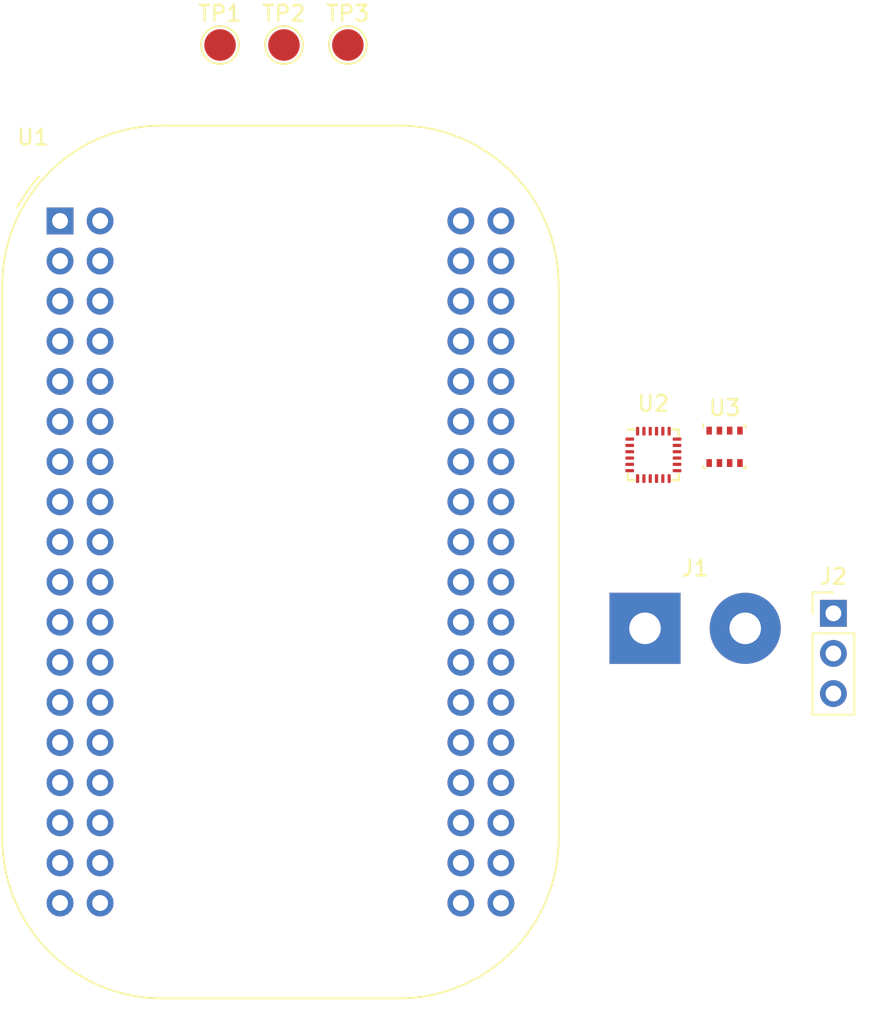
<source format=kicad_pcb>
(kicad_pcb (version 20171130) (host pcbnew "(5.1.5-0-10_14)")

  (general
    (thickness 1.6)
    (drawings 0)
    (tracks 0)
    (zones 0)
    (modules 8)
    (nets 92)
  )

  (page A4)
  (layers
    (0 F.Cu signal)
    (31 B.Cu signal)
    (32 B.Adhes user)
    (33 F.Adhes user)
    (34 B.Paste user)
    (35 F.Paste user)
    (36 B.SilkS user)
    (37 F.SilkS user)
    (38 B.Mask user)
    (39 F.Mask user)
    (40 Dwgs.User user)
    (41 Cmts.User user)
    (42 Eco1.User user)
    (43 Eco2.User user)
    (44 Edge.Cuts user)
    (45 Margin user)
    (46 B.CrtYd user)
    (47 F.CrtYd user)
    (48 B.Fab user)
    (49 F.Fab user)
  )

  (setup
    (last_trace_width 0.25)
    (trace_clearance 0.2)
    (zone_clearance 0.508)
    (zone_45_only no)
    (trace_min 0.2)
    (via_size 0.8)
    (via_drill 0.4)
    (via_min_size 0.4)
    (via_min_drill 0.3)
    (uvia_size 0.3)
    (uvia_drill 0.1)
    (uvias_allowed no)
    (uvia_min_size 0.2)
    (uvia_min_drill 0.1)
    (edge_width 0.05)
    (segment_width 0.2)
    (pcb_text_width 0.3)
    (pcb_text_size 1.5 1.5)
    (mod_edge_width 0.12)
    (mod_text_size 1 1)
    (mod_text_width 0.15)
    (pad_size 1.524 1.524)
    (pad_drill 0.762)
    (pad_to_mask_clearance 0.051)
    (solder_mask_min_width 0.25)
    (aux_axis_origin 0 0)
    (visible_elements FFFFFF7F)
    (pcbplotparams
      (layerselection 0x010fc_ffffffff)
      (usegerberextensions false)
      (usegerberattributes false)
      (usegerberadvancedattributes false)
      (creategerberjobfile false)
      (excludeedgelayer true)
      (linewidth 0.100000)
      (plotframeref false)
      (viasonmask false)
      (mode 1)
      (useauxorigin false)
      (hpglpennumber 1)
      (hpglpenspeed 20)
      (hpglpendiameter 15.000000)
      (psnegative false)
      (psa4output false)
      (plotreference true)
      (plotvalue true)
      (plotinvisibletext false)
      (padsonsilk false)
      (subtractmaskfromsilk false)
      (outputformat 1)
      (mirror false)
      (drillshape 1)
      (scaleselection 1)
      (outputdirectory ""))
  )

  (net 0 "")
  (net 1 "Net-(J1-Pad2)")
  (net 2 GND)
  (net 3 "Net-(C2-Pad1)")
  (net 4 "Net-(J2-Pad1)")
  (net 5 +5V)
  (net 6 +3V3)
  (net 7 "Net-(TP3-Pad1)")
  (net 8 "Net-(U1-Pad38)")
  (net 9 "Net-(U1-Pad37)")
  (net 10 "Net-(U1-Pad56)")
  (net 11 /SPI1_MOSI)
  (net 12 "Net-(U1-Pad64)")
  (net 13 "Net-(U1-Pad39)")
  (net 14 "Net-(U1-Pad71)")
  (net 15 "Net-(U1-Pad70)")
  (net 16 /RC_OUT_2)
  (net 17 "Net-(U1-Pad44)")
  (net 18 "Net-(U1-Pad52)")
  (net 19 "Net-(U1-Pad60)")
  (net 20 "Net-(U1-Pad62)")
  (net 21 "Net-(U1-Pad45)")
  (net 22 /UART4_TX)
  (net 23 "Net-(U1-Pad69)")
  (net 24 /RC_OUT_1)
  (net 25 /SPI1_CLK)
  (net 26 "Net-(U1-Pad55)")
  (net 27 /SPI1_MISO)
  (net 28 "Net-(U1-Pad50)")
  (net 29 "Net-(U1-Pad46)")
  (net 30 "Net-(U1-Pad54)")
  (net 31 "Net-(U1-Pad47)")
  (net 32 "Net-(U1-Pad53)")
  (net 33 "Net-(U1-Pad42)")
  (net 34 /UART4_RX)
  (net 35 "Net-(U1-Pad48)")
  (net 36 /SPI1_CS)
  (net 37 "Net-(U1-Pad72)")
  (net 38 "Net-(U1-Pad58)")
  (net 39 "Net-(U1-Pad40)")
  (net 40 "Net-(U1-Pad36)")
  (net 41 "Net-(U1-Pad35)")
  (net 42 "Net-(U1-Pad34)")
  (net 43 /RC_OUT_0)
  (net 44 /UART0_RX)
  (net 45 /RC_OUT_3)
  (net 46 /UART0_TX)
  (net 47 "Net-(U1-Pad29)")
  (net 48 /I2C_SCL)
  (net 49 "Net-(U1-Pad27)")
  (net 50 /I2C_SDA)
  (net 51 "Net-(U1-Pad25)")
  (net 52 "Net-(U1-Pad23)")
  (net 53 "Net-(U1-Pad21)")
  (net 54 "Net-(U1-Pad20)")
  (net 55 "Net-(U1-Pad19)")
  (net 56 "Net-(U1-Pad18)")
  (net 57 "Net-(U1-Pad17)")
  (net 58 "Net-(U1-Pad13)")
  (net 59 "Net-(U1-Pad12)")
  (net 60 "Net-(U1-Pad11)")
  (net 61 /UART2_RX)
  (net 62 "Net-(U1-Pad9)")
  (net 63 /UART2_TX)
  (net 64 "Net-(U1-Pad7)")
  (net 65 "Net-(U1-Pad6)")
  (net 66 "Net-(U1-Pad5)")
  (net 67 "Net-(U1-Pad4)")
  (net 68 "Net-(U1-Pad3)")
  (net 69 "Net-(U1-Pad2)")
  (net 70 "Net-(U2-Pad24)")
  (net 71 "Net-(U2-Pad23)")
  (net 72 "Net-(U2-Pad22)")
  (net 73 "Net-(U2-Pad21)")
  (net 74 "Net-(U2-Pad20)")
  (net 75 "Net-(U2-Pad18)")
  (net 76 "Net-(U2-Pad13)")
  (net 77 "Net-(U2-Pad12)")
  (net 78 "Net-(U2-Pad11)")
  (net 79 "Net-(U2-Pad10)")
  (net 80 "Net-(U2-Pad9)")
  (net 81 "Net-(U2-Pad8)")
  (net 82 "Net-(U2-Pad7)")
  (net 83 "Net-(U2-Pad1)")
  (net 84 "Net-(U3-Pad5)")
  (net 85 "Net-(U3-Pad6)")
  (net 86 "Net-(U3-Pad7)")
  (net 87 "Net-(U3-Pad8)")
  (net 88 "Net-(U3-Pad1)")
  (net 89 "Net-(U3-Pad2)")
  (net 90 "Net-(U3-Pad3)")
  (net 91 "Net-(U3-Pad4)")

  (net_class Default "This is the default net class."
    (clearance 0.2)
    (trace_width 0.25)
    (via_dia 0.8)
    (via_drill 0.4)
    (uvia_dia 0.3)
    (uvia_drill 0.1)
    (add_net +3V3)
    (add_net +5V)
    (add_net /I2C_SCL)
    (add_net /I2C_SDA)
    (add_net /RC_OUT_0)
    (add_net /RC_OUT_1)
    (add_net /RC_OUT_2)
    (add_net /RC_OUT_3)
    (add_net /SPI1_CLK)
    (add_net /SPI1_CS)
    (add_net /SPI1_MISO)
    (add_net /SPI1_MOSI)
    (add_net /UART0_RX)
    (add_net /UART0_TX)
    (add_net /UART2_RX)
    (add_net /UART2_TX)
    (add_net /UART4_RX)
    (add_net /UART4_TX)
    (add_net GND)
    (add_net "Net-(C2-Pad1)")
    (add_net "Net-(J1-Pad2)")
    (add_net "Net-(J2-Pad1)")
    (add_net "Net-(TP3-Pad1)")
    (add_net "Net-(U1-Pad11)")
    (add_net "Net-(U1-Pad12)")
    (add_net "Net-(U1-Pad13)")
    (add_net "Net-(U1-Pad17)")
    (add_net "Net-(U1-Pad18)")
    (add_net "Net-(U1-Pad19)")
    (add_net "Net-(U1-Pad2)")
    (add_net "Net-(U1-Pad20)")
    (add_net "Net-(U1-Pad21)")
    (add_net "Net-(U1-Pad23)")
    (add_net "Net-(U1-Pad25)")
    (add_net "Net-(U1-Pad27)")
    (add_net "Net-(U1-Pad29)")
    (add_net "Net-(U1-Pad3)")
    (add_net "Net-(U1-Pad34)")
    (add_net "Net-(U1-Pad35)")
    (add_net "Net-(U1-Pad36)")
    (add_net "Net-(U1-Pad37)")
    (add_net "Net-(U1-Pad38)")
    (add_net "Net-(U1-Pad39)")
    (add_net "Net-(U1-Pad4)")
    (add_net "Net-(U1-Pad40)")
    (add_net "Net-(U1-Pad42)")
    (add_net "Net-(U1-Pad44)")
    (add_net "Net-(U1-Pad45)")
    (add_net "Net-(U1-Pad46)")
    (add_net "Net-(U1-Pad47)")
    (add_net "Net-(U1-Pad48)")
    (add_net "Net-(U1-Pad5)")
    (add_net "Net-(U1-Pad50)")
    (add_net "Net-(U1-Pad52)")
    (add_net "Net-(U1-Pad53)")
    (add_net "Net-(U1-Pad54)")
    (add_net "Net-(U1-Pad55)")
    (add_net "Net-(U1-Pad56)")
    (add_net "Net-(U1-Pad58)")
    (add_net "Net-(U1-Pad6)")
    (add_net "Net-(U1-Pad60)")
    (add_net "Net-(U1-Pad62)")
    (add_net "Net-(U1-Pad64)")
    (add_net "Net-(U1-Pad69)")
    (add_net "Net-(U1-Pad7)")
    (add_net "Net-(U1-Pad70)")
    (add_net "Net-(U1-Pad71)")
    (add_net "Net-(U1-Pad72)")
    (add_net "Net-(U1-Pad9)")
    (add_net "Net-(U2-Pad1)")
    (add_net "Net-(U2-Pad10)")
    (add_net "Net-(U2-Pad11)")
    (add_net "Net-(U2-Pad12)")
    (add_net "Net-(U2-Pad13)")
    (add_net "Net-(U2-Pad18)")
    (add_net "Net-(U2-Pad20)")
    (add_net "Net-(U2-Pad21)")
    (add_net "Net-(U2-Pad22)")
    (add_net "Net-(U2-Pad23)")
    (add_net "Net-(U2-Pad24)")
    (add_net "Net-(U2-Pad7)")
    (add_net "Net-(U2-Pad8)")
    (add_net "Net-(U2-Pad9)")
    (add_net "Net-(U3-Pad1)")
    (add_net "Net-(U3-Pad2)")
    (add_net "Net-(U3-Pad3)")
    (add_net "Net-(U3-Pad4)")
    (add_net "Net-(U3-Pad5)")
    (add_net "Net-(U3-Pad6)")
    (add_net "Net-(U3-Pad7)")
    (add_net "Net-(U3-Pad8)")
  )

  (module Package_LGA:Bosch_LGA-8_2.5x2.5mm_P0.65mm_ClockwisePinNumbering (layer F.Cu) (tedit 5A0FA816) (tstamp 5EA2278F)
    (at 144.74 76.14)
    (descr LGA-8)
    (tags "lga land grid array")
    (path /5E9DC684/5E9DF285)
    (attr smd)
    (fp_text reference U3 (at 0.015 -2.465) (layer F.SilkS)
      (effects (font (size 1 1) (thickness 0.15)))
    )
    (fp_text value BME280 (at 0.015 2.535) (layer F.Fab)
      (effects (font (size 1 1) (thickness 0.15)))
    )
    (fp_line (start 1.41 1.54) (end -1.41 1.54) (layer F.CrtYd) (width 0.05))
    (fp_line (start 1.41 -1.54) (end 1.41 1.54) (layer F.CrtYd) (width 0.05))
    (fp_line (start -1.41 -1.54) (end 1.41 -1.54) (layer F.CrtYd) (width 0.05))
    (fp_line (start -1.41 1.54) (end -1.41 -1.54) (layer F.CrtYd) (width 0.05))
    (fp_line (start 1.25 1.25) (end -1.25 1.25) (layer F.Fab) (width 0.1))
    (fp_line (start 1.25 -1.25) (end 1.25 1.25) (layer F.Fab) (width 0.1))
    (fp_line (start -0.5 -1.25) (end 1.25 -1.25) (layer F.Fab) (width 0.1))
    (fp_line (start -1.25 1.25) (end -1.25 -0.5) (layer F.Fab) (width 0.1))
    (fp_line (start -1.35 -1.2) (end -1.35 -1.45) (layer F.SilkS) (width 0.1))
    (fp_line (start 1.35 -1.35) (end 1.35 -1.2) (layer F.SilkS) (width 0.1))
    (fp_line (start 1.2 -1.35) (end 1.35 -1.35) (layer F.SilkS) (width 0.1))
    (fp_line (start 1.35 1.35) (end 1.2 1.35) (layer F.SilkS) (width 0.1))
    (fp_line (start 1.35 1.35) (end 1.35 1.2) (layer F.SilkS) (width 0.1))
    (fp_line (start -1.35 1.35) (end -1.35 1.2) (layer F.SilkS) (width 0.1))
    (fp_line (start -1.25 -0.5) (end -0.5 -1.25) (layer F.Fab) (width 0.1))
    (fp_line (start -1.35 1.36) (end -1.2 1.36) (layer F.SilkS) (width 0.1))
    (fp_text user %R (at 0 0 180) (layer F.Fab)
      (effects (font (size 0.5 0.5) (thickness 0.075)))
    )
    (pad 5 smd rect (at 0.975 1.025 90) (size 0.5 0.35) (layers F.Cu F.Paste F.Mask)
      (net 84 "Net-(U3-Pad5)"))
    (pad 6 smd rect (at 0.325 1.025 90) (size 0.5 0.35) (layers F.Cu F.Paste F.Mask)
      (net 85 "Net-(U3-Pad6)"))
    (pad 7 smd rect (at -0.325 1.025 90) (size 0.5 0.35) (layers F.Cu F.Paste F.Mask)
      (net 86 "Net-(U3-Pad7)"))
    (pad 8 smd rect (at -0.975 1.025 90) (size 0.5 0.35) (layers F.Cu F.Paste F.Mask)
      (net 87 "Net-(U3-Pad8)"))
    (pad 1 smd rect (at -0.975 -1.025 90) (size 0.5 0.35) (layers F.Cu F.Paste F.Mask)
      (net 88 "Net-(U3-Pad1)"))
    (pad 2 smd rect (at -0.325 -1.025 90) (size 0.5 0.35) (layers F.Cu F.Paste F.Mask)
      (net 89 "Net-(U3-Pad2)"))
    (pad 3 smd rect (at 0.325 -1.025 90) (size 0.5 0.35) (layers F.Cu F.Paste F.Mask)
      (net 90 "Net-(U3-Pad3)"))
    (pad 4 smd rect (at 0.975 -1.025 90) (size 0.5 0.35) (layers F.Cu F.Paste F.Mask)
      (net 91 "Net-(U3-Pad4)"))
    (model ${KISYS3DMOD}/Package_LGA.3dshapes/Bosch_LGA-8_2.5x2.5mm_P0.65mm_ClockwisePinNumbering.wrl
      (offset (xyz 0.01500000025472259 -0.03500000059435272 0))
      (scale (xyz 1 1 1))
      (rotate (xyz 0 0 0))
    )
  )

  (module Sensor_Motion:InvenSense_QFN-24_3x3mm_P0.4mm (layer F.Cu) (tedit 5B5A6A65) (tstamp 5EA22772)
    (at 140.23 76.65)
    (descr "24-Lead Plastic QFN (3mm x 3mm); Pitch 0.4mm; EP 1.7x1.54mm; for InvenSense motion sensors; keepout area marked (Package see: https://store.invensense.com/datasheets/invensense/MPU9250REV1.0.pdf; See also https://www.invensense.com/wp-content/uploads/2015/02/InvenSense-MEMS-Handling.pdf)")
    (tags "QFN 0.4")
    (path /5E9DC684/5E9DF27F)
    (attr smd)
    (fp_text reference U2 (at 0 -3.25) (layer F.SilkS)
      (effects (font (size 1 1) (thickness 0.15)))
    )
    (fp_text value MPU-9250 (at 0 3.25) (layer F.Fab)
      (effects (font (size 1 1) (thickness 0.15)))
    )
    (fp_text user Component (at 0 0.55) (layer Cmts.User)
      (effects (font (size 0.2 0.2) (thickness 0.04)))
    )
    (fp_text user "Directly Below" (at 0 0.25) (layer Cmts.User)
      (effects (font (size 0.2 0.2) (thickness 0.04)))
    )
    (fp_text user "No Copper" (at 0 -0.1) (layer Cmts.User)
      (effects (font (size 0.2 0.2) (thickness 0.04)))
    )
    (fp_text user KEEPOUT (at 0 -0.5) (layer Cmts.User)
      (effects (font (size 0.2 0.2) (thickness 0.04)))
    )
    (fp_line (start -0.535 -0.795) (end -0.875 -0.455) (layer Dwgs.User) (width 0.05))
    (fp_line (start -0.035 -0.795) (end -0.875 0.045) (layer Dwgs.User) (width 0.05))
    (fp_line (start 0.465 -0.795) (end -0.875 0.545) (layer Dwgs.User) (width 0.05))
    (fp_line (start 0.875 -0.705) (end -0.625 0.795) (layer Dwgs.User) (width 0.05))
    (fp_line (start 0.875 -0.205) (end -0.125 0.795) (layer Dwgs.User) (width 0.05))
    (fp_line (start 0.875 0.295) (end 0.375 0.795) (layer Dwgs.User) (width 0.05))
    (fp_line (start 0.875 -0.795) (end 0.875 0.795) (layer Dwgs.User) (width 0.05))
    (fp_line (start -0.875 0.795) (end 0.875 0.795) (layer Dwgs.User) (width 0.05))
    (fp_line (start -0.875 -0.795) (end -0.875 0.795) (layer Dwgs.User) (width 0.05))
    (fp_line (start -0.875 -0.795) (end 0.875 -0.795) (layer Dwgs.User) (width 0.05))
    (fp_line (start -1.6 -1.6) (end -1.2 -1.6) (layer F.SilkS) (width 0.15))
    (fp_line (start 1.6 -1.6) (end 1.2 -1.6) (layer F.SilkS) (width 0.15))
    (fp_line (start 1.6 -1.6) (end 1.6 -1.2) (layer F.SilkS) (width 0.15))
    (fp_line (start 1.6 1.6) (end 1.2 1.6) (layer F.SilkS) (width 0.15))
    (fp_line (start 1.6 1.6) (end 1.6 1.2) (layer F.SilkS) (width 0.15))
    (fp_line (start -1.6 1.6) (end -1.2 1.6) (layer F.SilkS) (width 0.15))
    (fp_line (start -1.6 1.6) (end -1.6 1.2) (layer F.SilkS) (width 0.15))
    (fp_line (start -2.05 -2.05) (end 2.05 -2.05) (layer F.CrtYd) (width 0.05))
    (fp_line (start -2.05 2.05) (end -2.05 -2.05) (layer F.CrtYd) (width 0.05))
    (fp_line (start 2.05 2.05) (end -2.05 2.05) (layer F.CrtYd) (width 0.05))
    (fp_line (start 2.05 -2.05) (end 2.05 2.05) (layer F.CrtYd) (width 0.05))
    (fp_line (start -1.5 -0.5) (end -0.5 -1.5) (layer F.Fab) (width 0.15))
    (fp_line (start -1.5 1.5) (end -1.5 -0.5) (layer F.Fab) (width 0.15))
    (fp_line (start 1.5 1.5) (end -1.5 1.5) (layer F.Fab) (width 0.15))
    (fp_line (start 1.5 -1.5) (end 1.5 1.5) (layer F.Fab) (width 0.15))
    (fp_line (start -0.5 -1.5) (end 1.5 -1.5) (layer F.Fab) (width 0.15))
    (fp_text user %R (at 0 0) (layer F.Fab)
      (effects (font (size 0.7 0.7) (thickness 0.105)))
    )
    (pad 24 smd roundrect (at -1 -1.5 90) (size 0.55 0.2) (layers F.Cu F.Paste F.Mask) (roundrect_rratio 0.25)
      (net 70 "Net-(U2-Pad24)"))
    (pad 23 smd roundrect (at -0.6 -1.5 90) (size 0.55 0.2) (layers F.Cu F.Paste F.Mask) (roundrect_rratio 0.25)
      (net 71 "Net-(U2-Pad23)"))
    (pad 22 smd roundrect (at -0.2 -1.5 90) (size 0.55 0.2) (layers F.Cu F.Paste F.Mask) (roundrect_rratio 0.25)
      (net 72 "Net-(U2-Pad22)"))
    (pad 21 smd roundrect (at 0.2 -1.5 90) (size 0.55 0.2) (layers F.Cu F.Paste F.Mask) (roundrect_rratio 0.25)
      (net 73 "Net-(U2-Pad21)"))
    (pad 20 smd roundrect (at 0.6 -1.5 90) (size 0.55 0.2) (layers F.Cu F.Paste F.Mask) (roundrect_rratio 0.25)
      (net 74 "Net-(U2-Pad20)"))
    (pad 19 smd roundrect (at 1 -1.5 90) (size 0.55 0.2) (layers F.Cu F.Paste F.Mask) (roundrect_rratio 0.25))
    (pad 18 smd roundrect (at 1.5 -1) (size 0.55 0.2) (layers F.Cu F.Paste F.Mask) (roundrect_rratio 0.25)
      (net 75 "Net-(U2-Pad18)"))
    (pad 17 smd roundrect (at 1.5 -0.6) (size 0.55 0.2) (layers F.Cu F.Paste F.Mask) (roundrect_rratio 0.25))
    (pad 16 smd roundrect (at 1.5 -0.2) (size 0.55 0.2) (layers F.Cu F.Paste F.Mask) (roundrect_rratio 0.25))
    (pad 15 smd roundrect (at 1.5 0.2) (size 0.55 0.2) (layers F.Cu F.Paste F.Mask) (roundrect_rratio 0.25))
    (pad 14 smd roundrect (at 1.5 0.6) (size 0.55 0.2) (layers F.Cu F.Paste F.Mask) (roundrect_rratio 0.25))
    (pad 13 smd roundrect (at 1.5 1) (size 0.55 0.2) (layers F.Cu F.Paste F.Mask) (roundrect_rratio 0.25)
      (net 76 "Net-(U2-Pad13)"))
    (pad 12 smd roundrect (at 1 1.5 90) (size 0.55 0.2) (layers F.Cu F.Paste F.Mask) (roundrect_rratio 0.25)
      (net 77 "Net-(U2-Pad12)"))
    (pad 11 smd roundrect (at 0.6 1.5 90) (size 0.55 0.2) (layers F.Cu F.Paste F.Mask) (roundrect_rratio 0.25)
      (net 78 "Net-(U2-Pad11)"))
    (pad 10 smd roundrect (at 0.2 1.5 90) (size 0.55 0.2) (layers F.Cu F.Paste F.Mask) (roundrect_rratio 0.25)
      (net 79 "Net-(U2-Pad10)"))
    (pad 9 smd roundrect (at -0.2 1.5 90) (size 0.55 0.2) (layers F.Cu F.Paste F.Mask) (roundrect_rratio 0.25)
      (net 80 "Net-(U2-Pad9)"))
    (pad 8 smd roundrect (at -0.6 1.5 90) (size 0.55 0.2) (layers F.Cu F.Paste F.Mask) (roundrect_rratio 0.25)
      (net 81 "Net-(U2-Pad8)"))
    (pad 7 smd roundrect (at -1 1.5 90) (size 0.55 0.2) (layers F.Cu F.Paste F.Mask) (roundrect_rratio 0.25)
      (net 82 "Net-(U2-Pad7)"))
    (pad 6 smd roundrect (at -1.5 1) (size 0.55 0.2) (layers F.Cu F.Paste F.Mask) (roundrect_rratio 0.25))
    (pad 5 smd roundrect (at -1.5 0.6) (size 0.55 0.2) (layers F.Cu F.Paste F.Mask) (roundrect_rratio 0.25))
    (pad 4 smd roundrect (at -1.5 0.2) (size 0.55 0.2) (layers F.Cu F.Paste F.Mask) (roundrect_rratio 0.25))
    (pad 3 smd roundrect (at -1.5 -0.2) (size 0.55 0.2) (layers F.Cu F.Paste F.Mask) (roundrect_rratio 0.25))
    (pad 2 smd roundrect (at -1.5 -0.6) (size 0.55 0.2) (layers F.Cu F.Paste F.Mask) (roundrect_rratio 0.25))
    (pad 1 smd roundrect (at -1.5 -1) (size 0.55 0.2) (layers F.Cu F.Paste F.Mask) (roundrect_rratio 0.25)
      (net 83 "Net-(U2-Pad1)"))
    (model ${KISYS3DMOD}/Package_DFN_QFN.3dshapes/QFN-24_3x3mm_P0.4mm_EP1.7x1.54mm.wrl
      (at (xyz 0 0 0))
      (scale (xyz 1 1 1))
      (rotate (xyz 0 0 0))
    )
  )

  (module Module:BeagleBoard_PocketBeagle (layer F.Cu) (tedit 5C528625) (tstamp 5EA22737)
    (at 102.63 61.84)
    (descr "PocketBeagle, https://github.com/beagleboard/pocketbeagle/wiki/System-Reference-Manual#71_Expansion_Header_Connectors")
    (tags PocketBeagle)
    (path /5E98C13D)
    (fp_text reference U1 (at -1.71 -5.3 180) (layer F.SilkS)
      (effects (font (size 1 1) (thickness 0.15)))
    )
    (fp_text value PocketBeagle (at 13.97 50 180) (layer F.Fab)
      (effects (font (size 1 1) (thickness 0.15)))
    )
    (fp_line (start -1.05 -1.05) (end -1.99 -1.24) (layer F.Fab) (width 0.1))
    (fp_line (start -1.51 -1.94) (end -1.05 -1.05) (layer F.Fab) (width 0.1))
    (fp_arc (start 6.47 4.09) (end -1.99 -1.24) (angle -32.21189737) (layer F.Fab) (width 0.1))
    (fp_line (start 17.69 -6.16) (end 17.69 -7.56) (layer F.CrtYd) (width 0.05))
    (fp_line (start 10.87 -7.56) (end 17.69 -7.56) (layer F.CrtYd) (width 0.05))
    (fp_line (start 10.87 -6.16) (end 10.87 -7.56) (layer F.CrtYd) (width 0.05))
    (fp_line (start 21.47 -6.16) (end 17.69 -6.16) (layer F.CrtYd) (width 0.05))
    (fp_arc (start 6.47 4.09) (end -1.34 -2.81) (angle -13.12627809) (layer F.SilkS) (width 0.12))
    (fp_line (start 10.87 -6.16) (end 6.47 -6.16) (layer F.CrtYd) (width 0.05))
    (fp_line (start 31.72 4.09) (end 31.72 39.09) (layer F.CrtYd) (width 0.05))
    (fp_line (start 6.47 49.34) (end 21.47 49.34) (layer F.CrtYd) (width 0.05))
    (fp_line (start -3.78 4.09) (end -3.78 39.09) (layer F.CrtYd) (width 0.05))
    (fp_arc (start 6.47 4.09) (end 6.47 -6.16) (angle -90) (layer F.CrtYd) (width 0.05))
    (fp_arc (start 21.47 4.09) (end 31.72 4.09) (angle -90) (layer F.CrtYd) (width 0.05))
    (fp_arc (start 21.47 39.09) (end 21.47 49.34) (angle -90) (layer F.CrtYd) (width 0.05))
    (fp_arc (start 6.47 39.09) (end -3.78 39.09) (angle -90) (layer F.CrtYd) (width 0.05))
    (fp_line (start -3.66 39.09) (end -3.66 4.09) (layer F.SilkS) (width 0.12))
    (fp_line (start 6.47 49.22) (end 21.47 49.22) (layer F.SilkS) (width 0.12))
    (fp_line (start 31.6 4.09) (end 31.6 39.09) (layer F.SilkS) (width 0.12))
    (fp_line (start 6.47 -6.04) (end 21.47 -6.04) (layer F.SilkS) (width 0.12))
    (fp_arc (start 6.47 39.09) (end -3.66 39.09) (angle -90) (layer F.SilkS) (width 0.12))
    (fp_arc (start 21.47 39.09) (end 21.47 49.22) (angle -90) (layer F.SilkS) (width 0.12))
    (fp_arc (start 21.47 4.09) (end 31.6 4.09) (angle -90) (layer F.SilkS) (width 0.12))
    (fp_arc (start 6.47 4.09) (end 6.47 -6.04) (angle -90) (layer F.SilkS) (width 0.12))
    (fp_arc (start 21.47 4.09) (end 31.47 4.11) (angle -90.1) (layer F.Fab) (width 0.1))
    (fp_arc (start 6.47 4.09) (end 6.47 -5.91) (angle -52.90046138) (layer F.Fab) (width 0.1))
    (fp_arc (start 6.47 39.09) (end -3.53 39.09) (angle -90) (layer F.Fab) (width 0.1))
    (fp_arc (start 21.47 39.09) (end 21.47 49.09) (angle -90) (layer F.Fab) (width 0.1))
    (fp_line (start 6.47 49.09) (end 21.47 49.09) (layer F.Fab) (width 0.1))
    (fp_line (start 6.47 -5.91) (end 21.47 -5.91) (layer F.Fab) (width 0.1))
    (fp_line (start 31.47 4.09) (end 31.47 39.09) (layer F.Fab) (width 0.1))
    (fp_line (start -3.53 4.09) (end -3.53 39.09) (layer F.Fab) (width 0.1))
    (fp_text user %R (at 13.97 21.59 180) (layer F.Fab)
      (effects (font (size 1 1) (thickness 0.15)))
    )
    (pad 38 thru_hole oval (at 27.94 0) (size 1.7 1.7) (drill 1) (layers *.Cu *.Mask)
      (net 8 "Net-(U1-Pad38)"))
    (pad 37 thru_hole circle (at 25.4 0) (size 1.7 1.7) (drill 1) (layers *.Cu *.Mask)
      (net 9 "Net-(U1-Pad37)"))
    (pad 56 thru_hole oval (at 27.94 22.86) (size 1.7 1.7) (drill 1) (layers *.Cu *.Mask)
      (net 10 "Net-(U1-Pad56)"))
    (pad 61 thru_hole oval (at 25.4 30.48) (size 1.7 1.7) (drill 1) (layers *.Cu *.Mask)
      (net 11 /SPI1_MOSI))
    (pad 64 thru_hole oval (at 27.94 33.02) (size 1.7 1.7) (drill 1) (layers *.Cu *.Mask)
      (net 12 "Net-(U1-Pad64)"))
    (pad 39 thru_hole oval (at 25.4 2.54) (size 1.7 1.7) (drill 1) (layers *.Cu *.Mask)
      (net 13 "Net-(U1-Pad39)"))
    (pad 71 thru_hole oval (at 25.4 43.18) (size 1.7 1.7) (drill 1) (layers *.Cu *.Mask)
      (net 14 "Net-(U1-Pad71)"))
    (pad 70 thru_hole oval (at 27.94 40.64) (size 1.7 1.7) (drill 1) (layers *.Cu *.Mask)
      (net 15 "Net-(U1-Pad70)"))
    (pad 66 thru_hole oval (at 27.94 35.56) (size 1.7 1.7) (drill 1) (layers *.Cu *.Mask)
      (net 16 /RC_OUT_2))
    (pad 57 thru_hole oval (at 25.4 25.4) (size 1.7 1.7) (drill 1) (layers *.Cu *.Mask)
      (net 2 GND))
    (pad 44 thru_hole oval (at 27.94 7.62) (size 1.7 1.7) (drill 1) (layers *.Cu *.Mask)
      (net 17 "Net-(U1-Pad44)"))
    (pad 52 thru_hole oval (at 27.94 17.78) (size 1.7 1.7) (drill 1) (layers *.Cu *.Mask)
      (net 18 "Net-(U1-Pad52)"))
    (pad 60 thru_hole oval (at 27.94 27.94) (size 1.7 1.7) (drill 1) (layers *.Cu *.Mask)
      (net 19 "Net-(U1-Pad60)"))
    (pad 62 thru_hole oval (at 27.94 30.48) (size 1.7 1.7) (drill 1) (layers *.Cu *.Mask)
      (net 20 "Net-(U1-Pad62)"))
    (pad 45 thru_hole oval (at 25.4 10.16) (size 1.7 1.7) (drill 1) (layers *.Cu *.Mask)
      (net 21 "Net-(U1-Pad45)"))
    (pad 43 thru_hole oval (at 25.4 7.62) (size 1.7 1.7) (drill 1) (layers *.Cu *.Mask)
      (net 22 /UART4_TX))
    (pad 69 thru_hole oval (at 25.4 40.64) (size 1.7 1.7) (drill 1) (layers *.Cu *.Mask)
      (net 23 "Net-(U1-Pad69)"))
    (pad 68 thru_hole oval (at 27.94 38.1) (size 1.7 1.7) (drill 1) (layers *.Cu *.Mask)
      (net 24 /RC_OUT_1))
    (pad 65 thru_hole oval (at 25.4 35.56) (size 1.7 1.7) (drill 1) (layers *.Cu *.Mask)
      (net 25 /SPI1_CLK))
    (pad 55 thru_hole oval (at 25.4 22.86) (size 1.7 1.7) (drill 1) (layers *.Cu *.Mask)
      (net 26 "Net-(U1-Pad55)"))
    (pad 63 thru_hole oval (at 25.4 33.02) (size 1.7 1.7) (drill 1) (layers *.Cu *.Mask)
      (net 27 /SPI1_MISO))
    (pad 50 thru_hole oval (at 27.94 15.24) (size 1.7 1.7) (drill 1) (layers *.Cu *.Mask)
      (net 28 "Net-(U1-Pad50)"))
    (pad 59 thru_hole oval (at 25.4 27.94) (size 1.7 1.7) (drill 1) (layers *.Cu *.Mask)
      (net 6 +3V3))
    (pad 46 thru_hole oval (at 27.94 10.16) (size 1.7 1.7) (drill 1) (layers *.Cu *.Mask)
      (net 29 "Net-(U1-Pad46)"))
    (pad 54 thru_hole oval (at 27.94 20.32) (size 1.7 1.7) (drill 1) (layers *.Cu *.Mask)
      (net 30 "Net-(U1-Pad54)"))
    (pad 47 thru_hole oval (at 25.4 12.7) (size 1.7 1.7) (drill 1) (layers *.Cu *.Mask)
      (net 31 "Net-(U1-Pad47)"))
    (pad 53 thru_hole oval (at 25.4 20.32) (size 1.7 1.7) (drill 1) (layers *.Cu *.Mask)
      (net 32 "Net-(U1-Pad53)"))
    (pad 42 thru_hole oval (at 27.94 5.08) (size 1.7 1.7) (drill 1) (layers *.Cu *.Mask)
      (net 33 "Net-(U1-Pad42)"))
    (pad 41 thru_hole oval (at 25.4 5.08) (size 1.7 1.7) (drill 1) (layers *.Cu *.Mask)
      (net 34 /UART4_RX))
    (pad 48 thru_hole oval (at 27.94 12.7) (size 1.7 1.7) (drill 1) (layers *.Cu *.Mask)
      (net 35 "Net-(U1-Pad48)"))
    (pad 51 thru_hole oval (at 25.4 17.78) (size 1.7 1.7) (drill 1) (layers *.Cu *.Mask)
      (net 2 GND))
    (pad 49 thru_hole oval (at 25.4 15.24) (size 1.7 1.7) (drill 1) (layers *.Cu *.Mask)
      (net 7 "Net-(TP3-Pad1)"))
    (pad 67 thru_hole oval (at 25.4 38.1) (size 1.7 1.7) (drill 1) (layers *.Cu *.Mask)
      (net 36 /SPI1_CS))
    (pad 72 thru_hole oval (at 27.94 43.18) (size 1.7 1.7) (drill 1) (layers *.Cu *.Mask)
      (net 37 "Net-(U1-Pad72)"))
    (pad 58 thru_hole oval (at 27.94 25.4) (size 1.7 1.7) (drill 1) (layers *.Cu *.Mask)
      (net 38 "Net-(U1-Pad58)"))
    (pad 40 thru_hole oval (at 27.94 2.54) (size 1.7 1.7) (drill 1) (layers *.Cu *.Mask)
      (net 39 "Net-(U1-Pad40)"))
    (pad 36 thru_hole oval (at 2.54 43.18) (size 1.7 1.7) (drill 1) (layers *.Cu *.Mask)
      (net 40 "Net-(U1-Pad36)"))
    (pad 35 thru_hole oval (at 0 43.18) (size 1.7 1.7) (drill 1) (layers *.Cu *.Mask)
      (net 41 "Net-(U1-Pad35)"))
    (pad 34 thru_hole oval (at 2.54 40.64) (size 1.7 1.7) (drill 1) (layers *.Cu *.Mask)
      (net 42 "Net-(U1-Pad34)"))
    (pad 33 thru_hole oval (at 0 40.64) (size 1.7 1.7) (drill 1) (layers *.Cu *.Mask)
      (net 43 /RC_OUT_0))
    (pad 32 thru_hole oval (at 2.54 38.1) (size 1.7 1.7) (drill 1) (layers *.Cu *.Mask)
      (net 44 /UART0_RX))
    (pad 31 thru_hole oval (at 0 38.1) (size 1.7 1.7) (drill 1) (layers *.Cu *.Mask)
      (net 45 /RC_OUT_3))
    (pad 30 thru_hole oval (at 2.54 35.56) (size 1.7 1.7) (drill 1) (layers *.Cu *.Mask)
      (net 46 /UART0_TX))
    (pad 29 thru_hole oval (at 0 35.56) (size 1.7 1.7) (drill 1) (layers *.Cu *.Mask)
      (net 47 "Net-(U1-Pad29)"))
    (pad 28 thru_hole oval (at 2.54 33.02) (size 1.7 1.7) (drill 1) (layers *.Cu *.Mask)
      (net 48 /I2C_SCL))
    (pad 27 thru_hole oval (at 0 33.02) (size 1.7 1.7) (drill 1) (layers *.Cu *.Mask)
      (net 49 "Net-(U1-Pad27)"))
    (pad 26 thru_hole oval (at 2.54 30.48) (size 1.7 1.7) (drill 1) (layers *.Cu *.Mask)
      (net 50 /I2C_SDA))
    (pad 25 thru_hole oval (at 0 30.48) (size 1.7 1.7) (drill 1) (layers *.Cu *.Mask)
      (net 51 "Net-(U1-Pad25)"))
    (pad 24 thru_hole oval (at 2.54 27.94) (size 1.7 1.7) (drill 1) (layers *.Cu *.Mask)
      (net 7 "Net-(TP3-Pad1)"))
    (pad 23 thru_hole oval (at 0 27.94) (size 1.7 1.7) (drill 1) (layers *.Cu *.Mask)
      (net 52 "Net-(U1-Pad23)"))
    (pad 22 thru_hole oval (at 2.54 25.4) (size 1.7 1.7) (drill 1) (layers *.Cu *.Mask)
      (net 2 GND))
    (pad 21 thru_hole oval (at 0 25.4) (size 1.7 1.7) (drill 1) (layers *.Cu *.Mask)
      (net 53 "Net-(U1-Pad21)"))
    (pad 20 thru_hole oval (at 2.54 22.86) (size 1.7 1.7) (drill 1) (layers *.Cu *.Mask)
      (net 54 "Net-(U1-Pad20)"))
    (pad 19 thru_hole oval (at 0 22.86) (size 1.7 1.7) (drill 1) (layers *.Cu *.Mask)
      (net 55 "Net-(U1-Pad19)"))
    (pad 18 thru_hole oval (at 2.54 20.32) (size 1.7 1.7) (drill 1) (layers *.Cu *.Mask)
      (net 56 "Net-(U1-Pad18)"))
    (pad 17 thru_hole oval (at 0 20.32) (size 1.7 1.7) (drill 1) (layers *.Cu *.Mask)
      (net 57 "Net-(U1-Pad17)"))
    (pad 16 thru_hole oval (at 2.54 17.78) (size 1.7 1.7) (drill 1) (layers *.Cu *.Mask)
      (net 2 GND))
    (pad 15 thru_hole oval (at 0 17.78) (size 1.7 1.7) (drill 1) (layers *.Cu *.Mask)
      (net 2 GND))
    (pad 14 thru_hole oval (at 2.54 15.24) (size 1.7 1.7) (drill 1) (layers *.Cu *.Mask)
      (net 6 +3V3))
    (pad 13 thru_hole oval (at 0 15.24) (size 1.7 1.7) (drill 1) (layers *.Cu *.Mask)
      (net 58 "Net-(U1-Pad13)"))
    (pad 12 thru_hole oval (at 2.54 12.7) (size 1.7 1.7) (drill 1) (layers *.Cu *.Mask)
      (net 59 "Net-(U1-Pad12)"))
    (pad 11 thru_hole oval (at 0 12.7) (size 1.7 1.7) (drill 1) (layers *.Cu *.Mask)
      (net 60 "Net-(U1-Pad11)"))
    (pad 10 thru_hole oval (at 2.54 10.16) (size 1.7 1.7) (drill 1) (layers *.Cu *.Mask)
      (net 61 /UART2_RX))
    (pad 9 thru_hole oval (at 0 10.16) (size 1.7 1.7) (drill 1) (layers *.Cu *.Mask)
      (net 62 "Net-(U1-Pad9)"))
    (pad 8 thru_hole oval (at 2.54 7.62) (size 1.7 1.7) (drill 1) (layers *.Cu *.Mask)
      (net 63 /UART2_TX))
    (pad 7 thru_hole oval (at 0 7.62) (size 1.7 1.7) (drill 1) (layers *.Cu *.Mask)
      (net 64 "Net-(U1-Pad7)"))
    (pad 6 thru_hole oval (at 2.54 5.08) (size 1.7 1.7) (drill 1) (layers *.Cu *.Mask)
      (net 65 "Net-(U1-Pad6)"))
    (pad 5 thru_hole oval (at 0 5.08) (size 1.7 1.7) (drill 1) (layers *.Cu *.Mask)
      (net 66 "Net-(U1-Pad5)"))
    (pad 4 thru_hole oval (at 2.54 2.54) (size 1.7 1.7) (drill 1) (layers *.Cu *.Mask)
      (net 67 "Net-(U1-Pad4)"))
    (pad 3 thru_hole oval (at 0 2.54) (size 1.7 1.7) (drill 1) (layers *.Cu *.Mask)
      (net 68 "Net-(U1-Pad3)"))
    (pad 2 thru_hole oval (at 2.54 0) (size 1.7 1.7) (drill 1) (layers *.Cu *.Mask)
      (net 69 "Net-(U1-Pad2)"))
    (pad 1 thru_hole rect (at 0 0) (size 1.7 1.7) (drill 1) (layers *.Cu *.Mask)
      (net 5 +5V))
    (model ${KISYS3DMOD}/Module.3dshapes/BeagleBoard_PocketBeagle.wrl
      (at (xyz 0 0 0))
      (scale (xyz 1 1 1))
      (rotate (xyz 0 0 0))
    )
  )

  (module TestPoint:TestPoint_Pad_D2.0mm (layer F.Cu) (tedit 5A0F774F) (tstamp 5EA226CA)
    (at 120.87 50.7)
    (descr "SMD pad as test Point, diameter 2.0mm")
    (tags "test point SMD pad")
    (path /5EA3A39A)
    (attr virtual)
    (fp_text reference TP3 (at 0 -1.998) (layer F.SilkS)
      (effects (font (size 1 1) (thickness 0.15)))
    )
    (fp_text value TP_VOUT (at 0 2.05) (layer F.Fab)
      (effects (font (size 1 1) (thickness 0.15)))
    )
    (fp_circle (center 0 0) (end 0 1.2) (layer F.SilkS) (width 0.12))
    (fp_circle (center 0 0) (end 1.5 0) (layer F.CrtYd) (width 0.05))
    (fp_text user %R (at 0 -2) (layer F.Fab)
      (effects (font (size 1 1) (thickness 0.15)))
    )
    (pad 1 smd circle (at 0 0) (size 2 2) (layers F.Cu F.Mask)
      (net 7 "Net-(TP3-Pad1)"))
  )

  (module TestPoint:TestPoint_Pad_D2.0mm (layer F.Cu) (tedit 5A0F774F) (tstamp 5EA226C2)
    (at 116.82 50.7)
    (descr "SMD pad as test Point, diameter 2.0mm")
    (tags "test point SMD pad")
    (path /5EA3973C)
    (attr virtual)
    (fp_text reference TP2 (at 0 -1.998) (layer F.SilkS)
      (effects (font (size 1 1) (thickness 0.15)))
    )
    (fp_text value TP_3V3 (at 0 2.05) (layer F.Fab)
      (effects (font (size 1 1) (thickness 0.15)))
    )
    (fp_circle (center 0 0) (end 0 1.2) (layer F.SilkS) (width 0.12))
    (fp_circle (center 0 0) (end 1.5 0) (layer F.CrtYd) (width 0.05))
    (fp_text user %R (at 0 -2) (layer F.Fab)
      (effects (font (size 1 1) (thickness 0.15)))
    )
    (pad 1 smd circle (at 0 0) (size 2 2) (layers F.Cu F.Mask)
      (net 6 +3V3))
  )

  (module TestPoint:TestPoint_Pad_D2.0mm (layer F.Cu) (tedit 5A0F774F) (tstamp 5EA226BA)
    (at 112.77 50.7)
    (descr "SMD pad as test Point, diameter 2.0mm")
    (tags "test point SMD pad")
    (path /5EA355A8)
    (attr virtual)
    (fp_text reference TP1 (at 0 -1.998) (layer F.SilkS)
      (effects (font (size 1 1) (thickness 0.15)))
    )
    (fp_text value TP_5V (at 0 2.05) (layer F.Fab)
      (effects (font (size 1 1) (thickness 0.15)))
    )
    (fp_circle (center 0 0) (end 0 1.2) (layer F.SilkS) (width 0.12))
    (fp_circle (center 0 0) (end 1.5 0) (layer F.CrtYd) (width 0.05))
    (fp_text user %R (at 0 -2) (layer F.Fab)
      (effects (font (size 1 1) (thickness 0.15)))
    )
    (pad 1 smd circle (at 0 0) (size 2 2) (layers F.Cu F.Mask)
      (net 5 +5V))
  )

  (module Connector_PinHeader_2.54mm:PinHeader_1x03_P2.54mm_Vertical (layer F.Cu) (tedit 59FED5CC) (tstamp 5EA226B2)
    (at 151.64 86.68)
    (descr "Through hole straight pin header, 1x03, 2.54mm pitch, single row")
    (tags "Through hole pin header THT 1x03 2.54mm single row")
    (path /5E9DC864/5EA0FB26)
    (fp_text reference J2 (at 0 -2.33) (layer F.SilkS)
      (effects (font (size 1 1) (thickness 0.15)))
    )
    (fp_text value PWR_SEL (at 0 7.41) (layer F.Fab)
      (effects (font (size 1 1) (thickness 0.15)))
    )
    (fp_text user %R (at 0 2.54 90) (layer F.Fab)
      (effects (font (size 1 1) (thickness 0.15)))
    )
    (fp_line (start 1.8 -1.8) (end -1.8 -1.8) (layer F.CrtYd) (width 0.05))
    (fp_line (start 1.8 6.85) (end 1.8 -1.8) (layer F.CrtYd) (width 0.05))
    (fp_line (start -1.8 6.85) (end 1.8 6.85) (layer F.CrtYd) (width 0.05))
    (fp_line (start -1.8 -1.8) (end -1.8 6.85) (layer F.CrtYd) (width 0.05))
    (fp_line (start -1.33 -1.33) (end 0 -1.33) (layer F.SilkS) (width 0.12))
    (fp_line (start -1.33 0) (end -1.33 -1.33) (layer F.SilkS) (width 0.12))
    (fp_line (start -1.33 1.27) (end 1.33 1.27) (layer F.SilkS) (width 0.12))
    (fp_line (start 1.33 1.27) (end 1.33 6.41) (layer F.SilkS) (width 0.12))
    (fp_line (start -1.33 1.27) (end -1.33 6.41) (layer F.SilkS) (width 0.12))
    (fp_line (start -1.33 6.41) (end 1.33 6.41) (layer F.SilkS) (width 0.12))
    (fp_line (start -1.27 -0.635) (end -0.635 -1.27) (layer F.Fab) (width 0.1))
    (fp_line (start -1.27 6.35) (end -1.27 -0.635) (layer F.Fab) (width 0.1))
    (fp_line (start 1.27 6.35) (end -1.27 6.35) (layer F.Fab) (width 0.1))
    (fp_line (start 1.27 -1.27) (end 1.27 6.35) (layer F.Fab) (width 0.1))
    (fp_line (start -0.635 -1.27) (end 1.27 -1.27) (layer F.Fab) (width 0.1))
    (pad 3 thru_hole oval (at 0 5.08) (size 1.7 1.7) (drill 1) (layers *.Cu *.Mask)
      (net 3 "Net-(C2-Pad1)"))
    (pad 2 thru_hole oval (at 0 2.54) (size 1.7 1.7) (drill 1) (layers *.Cu *.Mask)
      (net 1 "Net-(J1-Pad2)"))
    (pad 1 thru_hole rect (at 0 0) (size 1.7 1.7) (drill 1) (layers *.Cu *.Mask)
      (net 4 "Net-(J2-Pad1)"))
    (model ${KISYS3DMOD}/Connector_PinHeader_2.54mm.3dshapes/PinHeader_1x03_P2.54mm_Vertical.wrl
      (at (xyz 0 0 0))
      (scale (xyz 1 1 1))
      (rotate (xyz 0 0 0))
    )
  )

  (module Connector_Wire:SolderWirePad_1x02_P7.62mm_Drill2mm (layer F.Cu) (tedit 5AEE5F3D) (tstamp 5EA2269B)
    (at 139.7 87.63)
    (descr "Wire solder connection")
    (tags connector)
    (path /5E9DC864/5EA0D381)
    (attr virtual)
    (fp_text reference J1 (at 3.175 -3.81) (layer F.SilkS)
      (effects (font (size 1 1) (thickness 0.15)))
    )
    (fp_text value BATT_IN (at 3.175 3.81) (layer F.Fab)
      (effects (font (size 1 1) (thickness 0.15)))
    )
    (fp_line (start 9.09 2.75) (end -2.75 2.75) (layer F.CrtYd) (width 0.05))
    (fp_line (start 9.09 2.75) (end 9.09 -2.75) (layer F.CrtYd) (width 0.05))
    (fp_line (start -2.75 -2.75) (end -2.75 2.75) (layer F.CrtYd) (width 0.05))
    (fp_line (start -2.75 -2.75) (end 9.09 -2.75) (layer F.CrtYd) (width 0.05))
    (fp_text user %R (at 3.175 0) (layer F.Fab)
      (effects (font (size 1 1) (thickness 0.15)))
    )
    (pad 2 thru_hole circle (at 6.35 0) (size 4.50088 4.50088) (drill 1.99898) (layers *.Cu *.Mask)
      (net 1 "Net-(J1-Pad2)"))
    (pad 1 thru_hole rect (at 0 0) (size 4.50088 4.50088) (drill 1.99898) (layers *.Cu *.Mask)
      (net 2 GND))
  )

)

</source>
